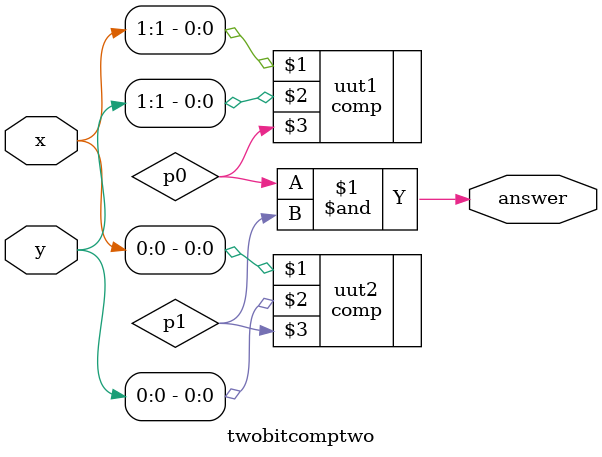
<source format=v>
module twobitcomptwo(
    input wire [1:0] x,y,
    output wire answer

);
wire p0,p1;
//ektar vitor arekta call kortesi
comp uut1(x[1],y[1],p0);
comp uut2(x[0],y[0],p1);
assign answer= p0 & p1;

endmodule
</source>
